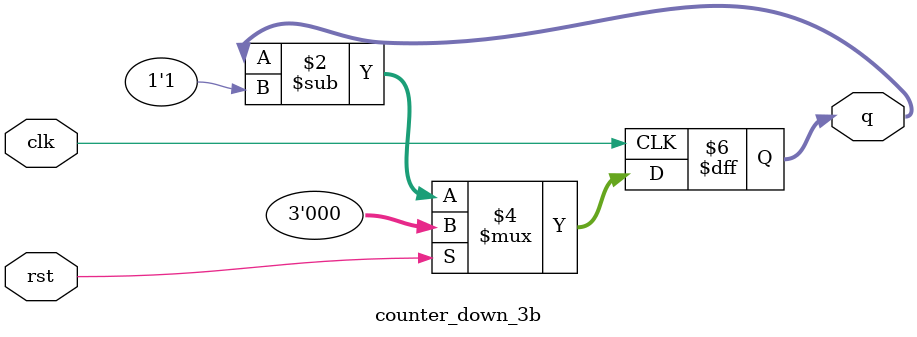
<source format=v>
module counter_down_3b (output reg [2:0]q,input clk,rst);
	always @ (posedge clk)
	begin
		if(rst)
			q<=3'b000;
		else
			q<=q-1'b1;
	end
endmodule 
</source>
